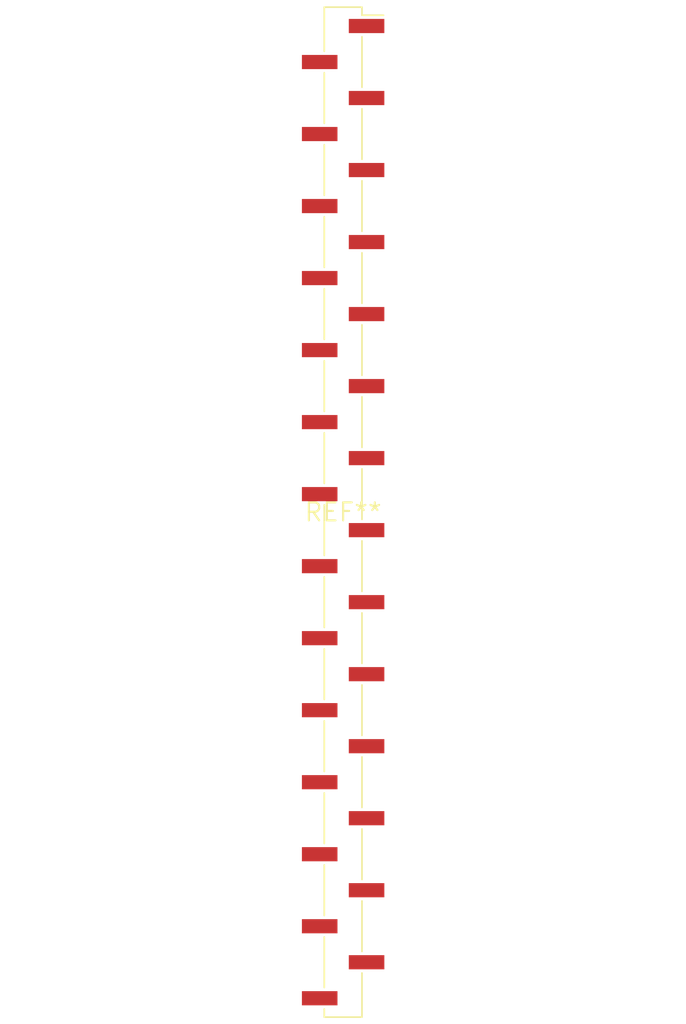
<source format=kicad_pcb>
(kicad_pcb (version 20240108) (generator pcbnew)
  (layers (0 "F.Cu" signal) (31 "B.Cu" signal) (34 "B.Paste" user) (35 "F.Paste" user) (36 "B.SilkS" user "B.Silkscreen") (37 "F.SilkS" user "F.Silkscreen") (38 "B.Mask" user) (39 "F.Mask" user) (44 "Edge.Cuts" user))
  (net 0 "")
  (footprint "PinHeader_1x28_P2.54mm_Vertical_SMD_Pin1Right" (layer "F.Cu") (at 0 0)
    (property "Reference" "REF**")
    (property "Value" "PinHeader_1x28_P2.54mm_Vertical_SMD_Pin1Right")
    (fp_line (start -1.33 -35.62) (end -1.33 -32.51) (layer "F.SilkS") (stroke (width 0.12)))
    (fp_line (start -1.33 -35.62) (end 1.33 -35.62) (layer "F.SilkS") (stroke (width 0.12)))
    (fp_line (start -1.33 -30.99) (end -1.33 -27.43) (layer "F.SilkS") (stroke (width 0.12)))
    (fp_line (start -1.33 -25.91) (end -1.33 -22.35) (layer "F.SilkS") (stroke (width 0.12)))
    (fp_line (start -1.33 -20.83) (end -1.33 -17.27) (layer "F.SilkS") (stroke (width 0.12)))
    (fp_line (start -1.33 -15.75) (end -1.33 -12.19) (layer "F.SilkS") (stroke (width 0.12)))
    (fp_line (start -1.33 -10.67) (end -1.33 -7.11) (layer "F.SilkS") (stroke (width 0.12)))
    (fp_line (start -1.33 -5.59) (end -1.33 -2.03) (layer "F.SilkS") (stroke (width 0.12)))
    (fp_line (start -1.33 -0.51) (end -1.33 3.05) (layer "F.SilkS") (stroke (width 0.12)))
    (fp_line (start -1.33 4.57) (end -1.33 8.13) (layer "F.SilkS") (stroke (width 0.12)))
    (fp_line (start -1.33 9.65) (end -1.33 13.21) (layer "F.SilkS") (stroke (width 0.12)))
    (fp_line (start -1.33 14.73) (end -1.33 18.29) (layer "F.SilkS") (stroke (width 0.12)))
    (fp_line (start -1.33 19.81) (end -1.33 23.37) (layer "F.SilkS") (stroke (width 0.12)))
    (fp_line (start -1.33 24.89) (end -1.33 28.45) (layer "F.SilkS") (stroke (width 0.12)))
    (fp_line (start -1.33 29.97) (end -1.33 33.53) (layer "F.SilkS") (stroke (width 0.12)))
    (fp_line (start -1.33 35.05) (end -1.33 35.62) (layer "F.SilkS") (stroke (width 0.12)))
    (fp_line (start -1.33 35.62) (end 1.33 35.62) (layer "F.SilkS") (stroke (width 0.12)))
    (fp_line (start 1.33 -35.62) (end 1.33 -35.05) (layer "F.SilkS") (stroke (width 0.12)))
    (fp_line (start 1.33 -35.05) (end 2.85 -35.05) (layer "F.SilkS") (stroke (width 0.12)))
    (fp_line (start 1.33 -33.53) (end 1.33 -29.97) (layer "F.SilkS") (stroke (width 0.12)))
    (fp_line (start 1.33 -28.45) (end 1.33 -24.89) (layer "F.SilkS") (stroke (width 0.12)))
    (fp_line (start 1.33 -23.37) (end 1.33 -19.81) (layer "F.SilkS") (stroke (width 0.12)))
    (fp_line (start 1.33 -18.29) (end 1.33 -14.73) (layer "F.SilkS") (stroke (width 0.12)))
    (fp_line (start 1.33 -13.21) (end 1.33 -9.65) (layer "F.SilkS") (stroke (width 0.12)))
    (fp_line (start 1.33 -8.13) (end 1.33 -4.57) (layer "F.SilkS") (stroke (width 0.12)))
    (fp_line (start 1.33 -3.05) (end 1.33 0.51) (layer "F.SilkS") (stroke (width 0.12)))
    (fp_line (start 1.33 2.03) (end 1.33 5.59) (layer "F.SilkS") (stroke (width 0.12)))
    (fp_line (start 1.33 7.11) (end 1.33 10.67) (layer "F.SilkS") (stroke (width 0.12)))
    (fp_line (start 1.33 12.19) (end 1.33 15.75) (layer "F.SilkS") (stroke (width 0.12)))
    (fp_line (start 1.33 17.27) (end 1.33 20.83) (layer "F.SilkS") (stroke (width 0.12)))
    (fp_line (start 1.33 22.35) (end 1.33 25.91) (layer "F.SilkS") (stroke (width 0.12)))
    (fp_line (start 1.33 27.43) (end 1.33 30.99) (layer "F.SilkS") (stroke (width 0.12)))
    (fp_line (start 1.33 32.51) (end 1.33 35.62) (layer "F.SilkS") (stroke (width 0.12)))
    (pad "1" smd rect (at 1.655 -34.29) (size 2.51 1) (layers "F.Cu" "F.Paste" "F.Mask"))
    (pad "2" smd rect (at -1.655 -31.75) (size 2.51 1) (layers "F.Cu" "F.Paste" "F.Mask"))
    (pad "3" smd rect (at 1.655 -29.21) (size 2.51 1) (layers "F.Cu" "F.Paste" "F.Mask"))
    (pad "4" smd rect (at -1.655 -26.67) (size 2.51 1) (layers "F.Cu" "F.Paste" "F.Mask"))
    (pad "5" smd rect (at 1.655 -24.13) (size 2.51 1) (layers "F.Cu" "F.Paste" "F.Mask"))
    (pad "6" smd rect (at -1.655 -21.59) (size 2.51 1) (layers "F.Cu" "F.Paste" "F.Mask"))
    (pad "7" smd rect (at 1.655 -19.05) (size 2.51 1) (layers "F.Cu" "F.Paste" "F.Mask"))
    (pad "8" smd rect (at -1.655 -16.51) (size 2.51 1) (layers "F.Cu" "F.Paste" "F.Mask"))
    (pad "9" smd rect (at 1.655 -13.97) (size 2.51 1) (layers "F.Cu" "F.Paste" "F.Mask"))
    (pad "10" smd rect (at -1.655 -11.43) (size 2.51 1) (layers "F.Cu" "F.Paste" "F.Mask"))
    (pad "11" smd rect (at 1.655 -8.89) (size 2.51 1) (layers "F.Cu" "F.Paste" "F.Mask"))
    (pad "12" smd rect (at -1.655 -6.35) (size 2.51 1) (layers "F.Cu" "F.Paste" "F.Mask"))
    (pad "13" smd rect (at 1.655 -3.81) (size 2.51 1) (layers "F.Cu" "F.Paste" "F.Mask"))
    (pad "14" smd rect (at -1.655 -1.27) (size 2.51 1) (layers "F.Cu" "F.Paste" "F.Mask"))
    (pad "15" smd rect (at 1.655 1.27) (size 2.51 1) (layers "F.Cu" "F.Paste" "F.Mask"))
    (pad "16" smd rect (at -1.655 3.81) (size 2.51 1) (layers "F.Cu" "F.Paste" "F.Mask"))
    (pad "17" smd rect (at 1.655 6.35) (size 2.51 1) (layers "F.Cu" "F.Paste" "F.Mask"))
    (pad "18" smd rect (at -1.655 8.89) (size 2.51 1) (layers "F.Cu" "F.Paste" "F.Mask"))
    (pad "19" smd rect (at 1.655 11.43) (size 2.51 1) (layers "F.Cu" "F.Paste" "F.Mask"))
    (pad "20" smd rect (at -1.655 13.97) (size 2.51 1) (layers "F.Cu" "F.Paste" "F.Mask"))
    (pad "21" smd rect (at 1.655 16.51) (size 2.51 1) (layers "F.Cu" "F.Paste" "F.Mask"))
    (pad "22" smd rect (at -1.655 19.05) (size 2.51 1) (layers "F.Cu" "F.Paste" "F.Mask"))
    (pad "23" smd rect (at 1.655 21.59) (size 2.51 1) (layers "F.Cu" "F.Paste" "F.Mask"))
    (pad "24" smd rect (at -1.655 24.13) (size 2.51 1) (layers "F.Cu" "F.Paste" "F.Mask"))
    (pad "25" smd rect (at 1.655 26.67) (size 2.51 1) (layers "F.Cu" "F.Paste" "F.Mask"))
    (pad "26" smd rect (at -1.655 29.21) (size 2.51 1) (layers "F.Cu" "F.Paste" "F.Mask"))
    (pad "27" smd rect (at 1.655 31.75) (size 2.51 1) (layers "F.Cu" "F.Paste" "F.Mask"))
    (pad "28" smd rect (at -1.655 34.29) (size 2.51 1) (layers "F.Cu" "F.Paste" "F.Mask"))
  )
)
</source>
